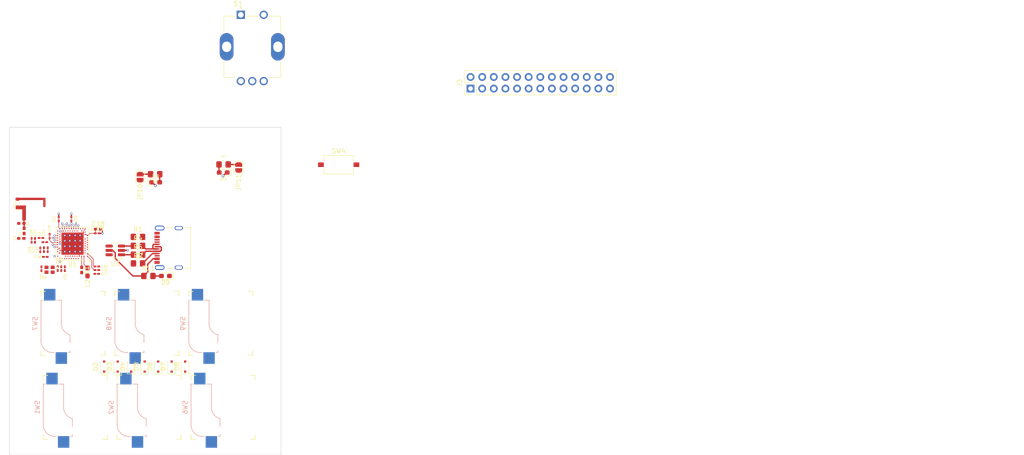
<source format=kicad_pcb>
(kicad_pcb (version 20241229) (generator "pcbnew") (generator_version "9.0")
  (layers (0 "F.Cu" signal) (2 "B.Cu" signal) (13 "F.Paste" user) (15 "B.Paste" user) (5 "F.SilkS" user "F.Silkscreen") (7 "B.SilkS" user "B.Silkscreen") (1 "F.Mask" user) (3 "B.Mask" user) (25 "Edge.Cuts" user))
  (net 0 "")
  (net 1 "GND")
  (net 2 "Net-(U1-DEC1)")
  (net 3 "Net-(U1-DEC2)")
  (net 4 "Net-(U1-DEC3)")
  (net 5 "Net-(U1-DEC5)")
  (net 6 "DCDCIND2")
  (net 7 "Net-(U1-ANT)")
  (net 8 "Net-(U1-XC1)")
  (net 9 "Net-(U1-XC2)")
  (net 10 "row0")
  (net 11 "Net-(D2-A)")
  (net 12 "Net-(D3-A)")
  (net 13 "Net-(D4-A)")
  (net 14 "Net-(D5-A)")
  (net 15 "row1")
  (net 16 "Net-(D6-A)")
  (net 17 "Net-(D7-A)")
  (net 18 "Net-(D8-A)")
  (net 19 "Net-(D9-A)")
  (net 20 "Net-(D10-A)")
  (net 21 "Net-(D12-A)")
  (net 22 "/Din+")
  (net 23 "Net-(J1-CC1_B)")
  (net 25 "+5V")
  (net 26 "/Din-")
  (net 27 "PF0")
  (net 28 "PB7{slash}RTS")
  (net 29 "PD3{slash}TXD1")
  (net 30 "PF5")
  (net 31 "PD5{slash}CTS")
  (net 32 "PF4")
  (net 33 "PD2{slash}RXD1")
  (net 34 "PB1{slash}SCK")
  (net 35 "PD0{slash}SCL")
  (net 36 "PD1{slash}SDA")
  (net 37 "PF1")
  (net 38 "PF6")
  (net 39 "PB2{slash}MOSI")
  (net 40 "PB0{slash}SS")
  (net 41 "PB3{slash}MISO")
  (net 42 "PC6")
  (net 43 "PD4{slash}LED2")
  (net 44 "PC7")
  (net 45 "PF7{slash}LED1")
  (net 46 "Net-(JP10-A)")
  (net 47 "Net-(JP11-A)")
  (net 48 "DCDCIND1")
  (net 49 "D+")
  (net 50 "D-")
  (net 51 "ROT2")
  (net 52 "col3")
  (net 53 "ROT1")
  (net 54 "col2")
  (net 55 "col0")
  (net 56 "col1")
  (net 57 "P1.07")
  (net 58 "P0.19")
  (net 59 "P0.23")
  (net 60 "P0.11")
  (net 62 "P0.02")
  (net 63 "P0.16")
  (net 65 "P0.04")
  (net 66 "P1.04")
  (net 67 "P0.20")
  (net 68 "P0.22")
  (net 69 "RESET")
  (net 70 "P1.09")
  (net 71 "P1.11")
  (net 72 "P0.15")
  (net 73 "P0.00")
  (net 74 "P0.03")
  (net 75 "P1.10")
  (net 76 "P0.10")
  (net 77 "P0.01")
  (net 78 "P0.06")
  (net 79 "P1.05")
  (net 80 "P1.13")
  (net 81 "P0.12")
  (net 82 "P0.14")
  (net 83 "P0.05")
  (net 84 "P1.03")
  (net 85 "P1.14")
  (net 86 "P0.08")
  (net 87 "P0.29")
  (net 88 "P0.25")
  (net 89 "P1.02")
  (net 90 "P1.12")
  (net 91 "P0.09")
  (net 92 "P0.28")
  (net 93 "P1.01")
  (net 94 "P0.31")
  (net 95 "P0.30")
  (net 96 "P1.06")
  (net 97 "P0.24")
  (net 98 "P0.17")
  (net 99 "P0.26")
  (net 100 "P0.07")
  (net 101 "P0.27")
  (net 102 "P0.13")
  (net 103 "P1.15")
  (net 104 "P0.21")
  (net 105 "P1.00")
  (net 106 "P1.08")
  (net 107 "Net-(J1-CC1_A)")
  (net 108 "Net-(R4-Pad1)")
  (net 109 "Net-(R5-Pad1)")
  (net 112 "ANT")
  (net 113 "Net-(E1-Pad1)")
  (net 114 "Net-(L1-Pad2)")
  (footprint "Capacitor_SMD:C_0201_0603Metric_Pad0.64x0.40mm_HandSolder" (layer "F.Cu") (at 42.43 128.735)
    (property "Reference" "C23")
    (property "Value" "0.8pF")
  )
  (footprint "Package_DFN_QFN:Nordic_AQFN-73-1EP_7x7mm_P0.5mm" (layer "F.Cu") (at 48.4875 129.05 180)
    (property "Reference" "U1")
    (property "Value" "nRF52840")
  )
  (footprint "AMCA31_2R450G_S1F_T3:XDCR_AMCA31-2R450G-S1F-T3" (layer "F.Cu") (at 36.4725 120.17375 90)
    (property "Reference" "E1")
    (property "Value" "2450AT14A0100001T")
  )
  (footprint "Resistor_SMD:R_0805_2012Metric_Pad1.20x1.40mm_HandSolder" (layer "F.Cu") (at 81.51 111.74)
    (property "Reference" "R7")
    (property "Value" "100")
  )
  (footprint "keyswitches:Kailh_socket_MX" (layer "F.Cu") (at 64.73 146.505 90)
    (property "Reference" "SW8")
    (property "Value" "MX_SW_HS")
  )
  (footprint "Resistor_SMD:R_0805_2012Metric_Pad1.20x1.40mm_HandSolder" (layer "F.Cu") (at 66.55 113.87 180)
    (property "Reference" "R6")
    (property "Value" "100")
  )
  (footprint "keyswitches:Kailh_socket_MX" (layer "F.Cu") (at 49.08 164.84 90)
    (property "Reference" "SW1")
    (property "Value" "MX_SW_HS")
  )
  (footprint "keyswitches:Kailh_socket_MX" (layer "F.Cu") (at 80.88 146.505 90)
    (property "Reference" "SW9")
    (property "Value" "MX_SW_HS")
  )
  (footprint "Resistor_SMD:R_0805_2012Metric_Pad1.20x1.40mm_HandSolder" (layer "F.Cu") (at 62.81 133.37)
    (property "Reference" "R2")
    (property "Value" "5.1k")
  )
  (footprint "Button_Switch_SMD:SW_Tactile_SPST_NO_Straight_CK_PTS636Sx25SMTRLFS" (layer "F.Cu") (at 106.665 111.8)
    (property "Reference" "SW4")
    (property "Value" "RST")
  )
  (footprint "LED_SMD:LED_0603_1608Metric_Pad1.05x0.95mm_HandSolder" (layer "F.Cu") (at 68.8 136.12 180)
    (property "Reference" "D9")
    (property "Value" "LED")
  )
  (footprint "Capacitor_SMD:C_0402_1005Metric_Pad0.74x0.62mm_HandSolder" (layer "F.Cu") (at 37.29 127.895 180)
    (property "Reference" "Z2")
    (property "Value" "DNF")
  )
  (footprint "Capacitor_SMD:C_0201_0603Metric_Pad0.64x0.40mm_HandSolder" (layer "F.Cu") (at 45.2475 134.5025 -90)
    (property "Reference" "C33")
    (property "Value" "8pF")
  )
  (footprint "ECS_320_8_37B_CKY_TR:XTAL_ECS-160-9-37-CKM-TR" (layer "F.Cu") (at 43.4725 134.765 180)
    (property "Reference" "Y3")
    (property "Value" "ECS-320-8-37B-CKY-TR")
  )
  (footprint "Inductor_SMD:L_0201_0603Metric_Pad0.64x0.40mm_HandSolder" (layer "F.Cu") (at 41.59 127.8125)
    (property "Reference" "L3")
    (property "Value" "4.7nH")
  )
  (footprint "Diode_SMD:D_SOD-323F" (layer "F.Cu") (at 70.16 155.925 90)
    (property "Reference" "D7")
    (property "Value" "1N4148WT")
  )
  (footprint "Capacitor_SMD:C_0201_0603Metric_Pad0.64x0.40mm_HandSolder" (layer "F.Cu") (at 46.7975 134.525 90)
    (property "Reference" "C31")
    (property "Value" "DNF")
  )
  (footprint "Inductor_SMD:L_0603_1608Metric_Pad1.05x0.95mm_HandSolder" (layer "F.Cu") (at 51.76 135.245 -90)
    (property "Reference" "L2")
    (property "Value" "10uH")
  )
  (footprint "Diode_SMD:D_SOD-323F" (layer "F.Cu") (at 61.31 155.925 90)
    (property "Reference" "D4")
    (property "Value" "1N4148WT")
  )
  (footprint "Capacitor_SMD:C_0201_0603Metric_Pad0.64x0.40mm_HandSolder" (layer "F.Cu") (at 53.7975 134.83)
    (property "Reference" "C16")
    (property "Value" "1uF")
  )
  (footprint "Package_TO_SOT_SMD:SOT-23-6_Handsoldering" (layer "F.Cu") (at 57.84 130.53 180)
    (property "Reference" "U3")
    (property "Value" "USBLC6-2SC6")
  )
  (footprint "Capacitor_SMD:C_0201_0603Metric_Pad0.64x0.40mm_HandSolder" (layer "F.Cu") (at 53.7975 134.05 180)
    (property "Reference" "C32")
    (property "Value" "100nF")
  )
  (footprint "Connector_PinHeader_2.54mm:PinHeader_2x13_P2.54mm_Vertical" (layer "F.Cu") (at 135.5 95.16 90)
    (property "Reference" "J3")
    (property "Value" "Conn_02x13_Counter_Clockwise")
  )
  (footprint "Resistor_SMD:R_0805_2012Metric_Pad1.20x1.40mm_HandSolder" (layer "F.Cu") (at 62.8 131.47)
    (property "Reference" "R5")
    (property "Value" "22")
  )
  (footprint "Capacitor_SMD:C_0201_0603Metric_Pad0.64x0.40mm_HandSolder" (layer "F.Cu") (at 42.5375 131.94)
    (property "Reference" "C30")
    (property "Value" "100nF")
  )
  (footprint "Capacitor_SMD:C_0402_1005Metric_Pad0.74x0.62mm_HandSolder" (layer "F.Cu") (at 37.305 124.625 180)
    (property "Reference" "Z3")
    (property "Value" "0.6pF")
  )
  (footprint "Capacitor_SMD:C_0201_0603Metric_Pad0.64x0.40mm_HandSolder" (layer "F.Cu") (at 45.4775 123.6575 90)
    (property "Reference" "C21")
    (property "Value" "100nF")
  )
  (footprint "Jumper:SolderJumper-2_P1.3mm_Open_RoundedPad1.0x1.5mm" (layer "F.Cu") (at 63.26 114.52 -90)
    (property "Reference" "JP10")
    (property "Value" "SolderJumper_2_Open")
  )
  (footprint "Capacitor_SMD:C_0201_0603Metric_Pad0.64x0.40mm_HandSolder" (layer "F.Cu") (at 53.8775 126.8)
    (property "Reference" "C19")
    (property "Value" "100nF")
  )
  (footprint "Capacitor_SMD:C_0201_0603Metric_Pad0.64x0.40mm_HandSolder" (layer "F.Cu") (at 48.2275 123.6575 90)
    (property "Reference" "C20")
    (property "Value" "100nF")
  )
  (footprint "Jumper:SolderJumper-2_P1.3mm_Open_RoundedPad1.0x1.5mm" (layer "F.Cu") (at 84.82 112.41 -90)
    (property "Reference" "JP11")
    (property "Value" "SolderJumper_2_Open")
  )
  (footprint "Capacitor_SMD:C_0201_0603Metric_Pad0.64x0.40mm_HandSolder" (layer "F.Cu") (at 40.2875 128.33 -90)
    (property "Reference" "C24")
    (property "Value" "0.5pF")
  )
  (footprint "Diode_SMD:D_SOD-323F" (layer "F.Cu") (at 64.26 155.925 90)
    (property "Reference" "D5")
    (property "Value" "1N4148WT")
  )
  (footprint "keyswitches:Kailh_socket_MX" (layer "F.Cu") (at 48.58 146.505 90)
    (property "Reference" "SW7")
    (property "Value" "MX_SW_HS")
  )
  (footprint "Diode_SMD:D_SOD-323F" (layer "F.Cu") (at 58.36 155.925 90)
    (property "Reference" "D3")
    (property "Value" "1N4148WT")
  )
  (footprint "12402012E212A:AMPHENOL_12402012E212A" (layer "F.Cu") (at 71.7175 129.965 90)
    (property "Reference" "J1")
    (property "Value" "12402012E212A")
  )
  (footprint "LED_SMD:LED_0603_1608Metric_Pad1.05x0.95mm_HandSolder" (layer "F.Cu") (at 66.665 115.65)
    (property "Reference" "D10")
    (property "Value" "LED")
  )
  (footprint "keyswitches:Kailh_socket_MX" (layer "F.Cu") (at 81.38 164.84 90)
    (property "Reference" "SW6")
    (property "Value" "MX_SW_HS")
  )
  (footprint "Diode_SMD:D_SOD-323F" (layer "F.Cu") (at 55.41 155.925 90)
    (property "Reference" "D2")
    (property "Value" "1N4148WT")
  )
  (footprint "Capacitor_SMD:C_0201_0603Metric_Pad0.64x0.40mm_HandSolder" (layer "F.Cu") (at 39.5375 128.3225 -90)
    (property "Reference" "C25")
    (property "Value" "DNF")
  )
  (footprint "Resistor_SMD:R_0805_2012Metric_Pad1.20x1.40mm_HandSolder" (layer "F.Cu") (at 65.07 136.12)
    (property "Reference" "R11")
    (property "Value" "100")
  )
  (footprint "Inductor_SMD:L_0402_1005Metric_Pad0.77x0.64mm_HandSolder" (layer "F.Cu") (at 50.49 134.8025 -90)
    (property "Reference" "L1")
    (property "Value" "15nH")
  )
  (footprint "Capacitor_SMD:C_0402_1005Metric_Pad0.74x0.62mm_HandSolder" (layer "F.Cu") (at 54.085 125.9)
    (property "Reference" "C18")
    (property "Value" "4.7uF")
  )
  (footprint "Inductor_SMD:L_0402_1005Metric_Pad0.77x0.64mm_HandSolder" (layer "F.Cu") (at 37.9075 126.265 90)
    (property "Reference" "Z1")
    (property "Value" "7.5nH")
  )
  (footprint "Capacitor_SMD:C_0201_0603Metric_Pad0.64x0.40mm_HandSolder" (layer "F.Cu") (at 42.2375 130.37 90)
    (property "Reference" "C27")
    (property "Value" "1uF")
  )
  (footprint "Resistor_SMD:R_0805_2012Metric_Pad1.20x1.40mm_HandSolder" (layer "F.Cu") (at 62.79 129.53)
    (property "Reference" "R4")
    (property "Value" "22")
  )
  (footprint "Diode_SMD:D_SOD-323F" (layer "F.Cu") (at 67.21 155.925 90)
    (property "Reference" "D6")
    (property "Value" "1N4148WT")
  )
  (footprint "Diode_SMD:D_SOD-323F" (layer "F.Cu") (at 73.11 155.925 90)
    (property "Reference" "D8")
    (property "Value" "1N4148WT")
  )
  (footprint "Capacitor_SMD:C_0201_0603Metric_Pad0.64x0.40mm_HandSolder" (layer "F.Cu") (at 41.4475 130.4075 90)
    (property "Reference" "C28")
    (property "Value" "47nF")
  )
  (footprint "Capacitor_SMD:C_0201_0603Metric_Pad0.64x0.40mm_HandSolder" (layer "F.Cu") (at 53.7675 135.65 180)
    (property "Reference" "C17")
    (property "Value" "100nF")
  )
  (footprint "Capacitor_SMD:C_0201_0603Metric_Pad0.64x0.40mm_HandSolder" (layer "F.Cu") (at 46.0375 134.515 -90)
    (property "Reference" "C22")
    (property "Value" "100nF")
  )
  (footprint "Capacitor_SMD:C_0201_0603Metric_Pad0.64x0.40mm_HandSolder" (layer "F.Cu") (at 41.6875 134.5425 90)
    (property "Reference" "C34")
    (property "Value" "8pF")
  )
  (footprint "Capacitor_SMD:C_0201_0603Metric_Pad0.64x0.40mm_HandSolder" (layer "F.Cu") (at 43.0575 130.3825 90)
    (property "Reference" "C26")
    (property "Value" "DNF")
  )
  (footprint "Capacitor_SMD:C_0201_0603Metric_Pad0.64x0.40mm_HandSolder" (layer "F.Cu") (at 43.4775 127.4125 -90)
    (property "Reference" "C29")
    (property "Value" "820pF")
  )
  (footprint "keyswitches:Kailh_socket_MX" (layer "F.Cu") (at 65.23 164.84 90)
    (property "Reference" "SW2")
    (property "Value" "MX_SW_HS")
  )
  (footprint "LED_SMD:LED_0603_1608Metric_Pad1.05x0.95mm_HandSolder" (layer "F.Cu") (at 81.43 113.5 180)
    (property "Reference" "D12")
    (property "Value" "LED")
  )
  (footprint "PEC12R_4225F_S0024:XDCR_PEC12R-4225F-S0024" (layer "F.Cu") (at 87.7825 86.025)
    (property "Reference" "S1")
    (property "Value" "PEC12R-4225F-S0024")
  )
  (footprint "Resistor_SMD:R_0805_2012Metric_Pad1.20x1.40mm_HandSolder" (layer "F.Cu") (at 62.79 127.58)
    (property "Reference" "R1")
    (property "Value" "5.1k")
  )
  (gr_rect (start 34.69 103.615) (end 94.05 175.265) (stroke (width 0.1)) (fill no) (layer "Edge.Cuts"))
  (segment (start 51.2375 125.8) (end 51.2375 125.91) (width 0.1) (layer "F.Cu") (net 1))
  (segment (start 49.9875 131.37) (end 49.9675 131.35) (width 0.12) (layer "F.Cu") (net 1))
  (segment (start 48.2375 122.52) (end 48.2375 123.24) (width 0.25) (layer "F.Cu") (net 1))
  (segment (start 49.9875 131.8) (end 49.9875 131.37) (width 0.12) (layer "F.Cu") (net 1))
  (segment (start 55.0175 126.8) (end 54.285 126.8) (width 0.25) (layer "F.Cu") (net 1))
  (segment (start 50.8635 126.455745) (end 50.8615 126.457745) (width 0.1) (layer "F.Cu") (net 1))
  (segment (start 55.0175 126.265) (end 54.6525 125.9) (width 0.25) (layer "F.Cu") (net 1))
  (segment (start 55.0175 126.8) (end 55.0175 126.265) (width 0.25) (layer "F.Cu") (net 1))
  (segment (start 50.8615 126.54) (end 50.8615 126.566) (width 0.1) (layer "F.Cu") (net 1))
  (segment (start 46.9875 130.55) (end 48.4875 129.05) (width 0.12) (layer "F.Cu") (net 1))
  (segment (start 50.8615 126.54) (end 50.8615 126.705745) (width 0.1) (layer "F.Cu") (net 1))
  (segment (start 50.8635 126.707745) (end 50.8635 126.824) (width 0.1) (layer "F.Cu") (net 1))
  (segment (start 50.8615 126.566) (end 50.7475 126.68) (width 0.1) (layer "F.Cu") (net 1))
  (segment (start 45.7375 130.55) (end 46.9875 130.55) (width 0.12) (layer "F.Cu") (net 1))
  (segment (start 50.8615 126.457745) (end 50.8615 126.54) (width 0.1) (layer "F.Cu") (net 1))
  (segment (start 81.4 114.24) (end 82.14 113.5) (width 0.3) (layer "F.Cu") (net 1))
  (segment (start 66.63 116.37) (end 65.91 115.65) (width 0.3) (layer "F.Cu") (net 1))
  (segment (start 50.8635 126.284) (end 50.8635 126.455745) (width 0.1) (layer "F.Cu") (net 1))
  (segment (start 82.14 113.5) (end 82.305 113.5) (width 0.3) (layer "F.Cu") (net 1))
  (segment (start 65.91 115.65) (end 65.79 115.65) (width 0.3) (layer "F.Cu") (net 1))
  (segment (start 48.2375 123.24) (end 48.2275 123.25) (width 0.25) (layer "F.Cu") (net 1))
  (segment (start 60.547102 130.53) (end 60.56 130.517102) (width 0.3) (layer "F.Cu") (net 1))
  (segment (start 51.2375 125.91) (end 50.8635 126.284) (width 0.1) (layer "F.Cu") (net 1))
  (segment (start 50.8635 126.824) (end 50.8575 126.83) (width 0.1) (layer "F.Cu") (net 1))
  (segment (start 45.4775 123.25) (end 45.4775 122.52) (width 0.25) (layer "F.Cu") (net 1))
  (segment (start 59.19 130.53) (end 60.547102 130.53) (width 0.3) (layer "F.Cu") (net 1))
  (segment (start 50.8615 126.705745) (end 50.8635 126.707745) (width 0.1) (layer "F.Cu") (net 1))
  (via (at 50.14 129.63) (size 0.45) (drill 0.25) (layers "F.Cu" "B.Cu") (net 1))
  (via (at 47.88 130.8) (size 0.45) (drill 0.25) (layers "F.Cu" "B.Cu") (net 1))
  (via (at 48.2375 122.52) (size 0.45) (drill 0.25) (layers "F.Cu" "B.Cu") (net 1))
  (via (at 47.88 127.27) (size 0.45) (drill 0.25) (layers "F.Cu" "B.Cu") (net 1))
  (via (at 45.4775 122.52) (size 0.45) (drill 0.25) (layers "F.Cu" "B.Cu") (net 1))
  (via (at 81.4 114.24) (size 0.6) (drill 0.3) (layers "F.Cu" "B.Cu") (net 1))
  (via (at 46.79 128.43) (size 0.45) (drill 0.25) (layers "F.Cu" "B.Cu") (net 1))
  (via (at 47.88 128.43) (size 0.45) (drill 0.25) (layers "F.Cu" "B.Cu") (net 1))
  (via (at 66.63 116.37) (size 0.6) (drill 0.3) (layers "F.Cu" "B.Cu") (net 1))
  (via (at 49.05 129.63) (size 0.45) (drill 0.25) (layers "F.Cu" "B.Cu") (net 1))
  (via (at 60.56 130.517102) (size 0.45) (drill 0.25) (layers "F.Cu" "B.Cu") (net 1))
  (via (at 49.05 127.26) (size 0.45) (drill 0.25) (layers "F.Cu" "B.Cu") (net 1))
  (via (at 46.79 129.64) (size 0.45) (drill 0.25) (layers "F.Cu" "B.Cu") (net 1))
  (via (at 50.14 128.42) (size 0.45) (drill 0.25) (layers "F.Cu" "B.Cu") (net 1))
  (via (at 49.05 128.42) (size 0.45) (drill 0.25) (layers "F.Cu" "B.Cu") (net 1))
  (via (at 50.14 130.79) (size 0.45) (drill 0.25) (layers "F.Cu" "B.Cu") (net 1))
  (via (at 55.0175 126.8) (size 0.45) (drill 0.25) (layers "F.Cu" "B.Cu") (net 1))
  (via (at 49.05 130.79) (size 0.45) (drill 0.25) (layers "F.Cu" "B.Cu") (net 1))
  (via (at 46.79 127.27) (size 0.45) (drill 0.25) (layers "F.Cu" "B.Cu") (net 1))
  (via (at 50.14 127.26) (size 0.45) (drill 0.25) (layers "F.Cu" "B.Cu") (net 1))
  (via (at 47.88 129.64) (size 0.45) (drill 0.25) (layers "F.Cu" "B.Cu") (net 1))
  (via (at 46.79 130.8) (size 0.45) (drill 0.25) (layers "F.Cu" "B.Cu") (net 1))
  (segment (start 53.03 133.79) (end 53.29 134.05) (width 0.12) (layer "F.Cu") (net 2))
  (segment (start 53.03 132.415724) (end 53.03 133.79) (width 0.12) (layer "F.Cu") (net 2))
  (segment (start 53.29 134.05) (end 53.39 134.05) (width 0.12) (layer "F.Cu") (net 2))
  (segment (start 51.914276 131.3) (end 53.03 132.415724) (width 0.12) (layer "F.Cu") (net 2))
  (segment (start 51.7375 131.3) (end 51.914276 131.3) (width 0.12) (layer "F.Cu") (net 2))
  (segment (start 45.4975 131.29) (end 45.7375 131.05) (width 0.12) (layer "F.Cu") (net 4))
  (segment (start 43.4775 128.32) (end 43.9575 128.8) (width 0.12) (layer "F.Cu") (net 5))
  (segment (start 43.4775 127.635) (end 43.4775 128.32) (width 0.12) (layer "F.Cu") (net 5))
  (segment (start 43.9575 128.8) (end 45.2375 128.8) (width 0.12) (layer "F.Cu") (net 5))
  (segment (start 50.4875 134.1075) (end 50.61 134.23) (width 0.12) (layer "F.Cu") (net 6))
  (segment (start 45.23 130.7925) (end 45.2375 130.8) (width 0.12) (layer "F.Cu") (net 6))
  (segment (start 50.4875 131.8) (end 50.4875 134.1075) (width 0.12) (layer "F.Cu") (net 6))
  (segment (start 45.197544 130.359956) (end 45.197588 130.36) (width 0.12) (layer "F.Cu") (net 7))
  (segment (start 45.2575 130.36) (end 45.5675 130.05) (width 0.12) (layer "F.Cu") (net 7))
  (segment (start 45.5675 130.05) (end 45.7375 130.05) (width 0.12) (layer "F.Cu") (net 7))
  (segment (start 45.197588 130.36) (end 45.2575 130.36) (width 0.12) (layer "F.Cu") (net 7))
  (segment (start 66.07 136.12) (end 67.925 136.12) (width 0.3) (layer "F.Cu") (net 19))
  (segment (start 67.54 113.88) (end 67.55 113.87) (width 0.3) (layer "F.Cu") (net 20))
  (segment (start 67.54 115.65) (end 67.54 113.88) (width 0.3) (layer "F.Cu") (net 20))
  (segment (start 67.56 113.86) (end 67.55 113.87) (width 0.3) (layer "F.Cu") (net 20))
  (segment (start 80.49 111.72) (end 80.51 111.74) (width 0.3) (layer "F.Cu") (net 21))
  (segment (start 80.51 111.74) (end 80.51 113.455) (width 0.3) (layer "F.Cu") (net 21))
  (segment (start 80.51 113.455) (end 80.555 113.5) (width 0.3) (layer "F.Cu") (net 21))
  (segment (start 66.0475 129.42) (end 66.2525 129.215) (width 0.3) (layer "F.Cu") (net 22))
  (segment (start 64.475 130.215) (end 66.9675 130.215) (width 0.3) (layer "F.Cu") (net 22))
  (segment (start 63.79 129.53) (end 64.475 130.215) (width 0.3) (layer "F.Cu") (net 22))
  (segment (start 66.0475 130.01) (end 66.0475 129.42) (width 0.3) (layer "F.Cu") (net 22))
  (segment (start 66.2525 129.215) (end 66.9675 129.215) (width 0.3) (layer "F.Cu") (net 22))
  (segment (start 66.2525 130.215) (end 66.0475 130.01) (width 0.3) (layer "F.Cu") (net 22))
  (segment (start 66.9675 130.215) (end 66.2525 130.215) (width 0.3) (layer "F.Cu") (net 22))
  (segment (start 53.47 125.9475) (end 53.5175 125.9) (width 0.12) (layer "F.Cu") (net 25))
  (segment (start 48.2375 125.8) (end 48.2375 124.135) (width 0.12) (layer "F.Cu") (net 25))
  (segment (start 57.83 131.090001) (end 57.83 132.28) (width 0.3) (layer "F.Cu") (net 25))
  (segment (start 56.49 130.53) (end 57.269999 130.53) (width 0.3) (layer "F.Cu") (net 25))
  (segment (start 64.94 133.5225) (end 64.94 135.25) (width 0.3) (layer "F.Cu") (net 25))
  (segment (start 48.2375 124.135) (end 48.2325 124.13) (width 0.12) (layer "F.Cu") (net 25))
  (segment (start 53.27 134.83) (end 53.39 134.83) (width 0.12) (layer "F.Cu") (net 25))
  (segment (start 66.0975 132.365) (end 64.94 133.5225) (width 0.3) (layer "F.Cu") (net 25))
  (segment (start 52.7 134.26) (end 53.27 134.83) (width 0.12) (layer "F.Cu") (net 25))
  (segment (start 51.7375 131.8) (end 52.7 132.7625) (width 0.12) (layer "F.Cu") (net 25))
  (segment (start 61.67 136.12) (end 64.07 136.12) (width 0.3) (layer "F.Cu") (net 25))
  (segment (start 52.2675 126.8) (end 53.47 126.8) (width 0.12) (layer "F.Cu") (net 25))
  (segment (start 51.4875 127.05) (end 51.7375 127.3) (width 0.12) (layer "F.Cu") (net 25))
  (segment (start 48.2375 125.8) (end 48.2325 125.795) (width 0.12) (layer "F.Cu") (net 25))
  (segment (start 51.7375 127.3) (end 51.7675 127.3) (width 0.12) (layer "F.Cu") (net 25))
  (segment (start 64.94 135.25) (end 64.07 136.12) (width 0.3) (layer "F.Cu") (net 25))
  (segment (start 51.2375 127.05) (end 51.4875 127.05) (width 0.12) (layer "F.Cu") (net 25))
  (segment (start 57.83 132.28) (end 61.67 136.12) (width 0.3) (layer "F.Cu") (net 25))
  (segment (start 66.9675 132.365) (end 66.0975 132.365) (width 0.3) (layer "F.Cu") (net 25))
  (segment (start 45.4975 124.055) (end 45.4775 124.075) (width 0.12) (layer "F.Cu") (net 25))
  (segment (start 53.47 126.8) (end 53.47 125.9475) (width 0.12) (layer "F.Cu") (net 25))
  (segment (start 57.269999 130.53) (end 57.83 131.090001) (width 0.3) (layer "F.Cu") (net 25))
  (segment (start 52.7 132.7625) (end 52.7 134.26) (width 0.12) (layer "F.Cu") (net 25))
  (segment (start 51.7675 127.3) (end 52.2675 126.8) (width 0.12) (layer "F.Cu") (net 25))
  (segment (start 45.4775 124.075) (end 45.4775 125.54) (width 0.12) (layer "F.Cu") (net 25))
  (segment (start 45.4775 125.54) (end 45.7375 125.8) (width 0.12) (layer "F.Cu") (net 25))
  (via (at 48.244999 124.655799) (size 0.45) (drill 0.25) (layers "F.Cu" "B.Cu") (net 25))
  (segment (start 63.8 131.47) (end 64.555 130.715) (width 0.3) (layer "F.Cu") (net 26))
  (segment (start 67.6925 130.715) (end 67.8975 130.51) (width 0.3) (layer "F.Cu") (net 26))
  (segment (start 64.555 130.715) (end 66.9675 130.715) (width 0.3) (layer "F.Cu") (net 26))
  (segment (start 67.6825 129.715) (end 66.9675 129.715) (width 0.3) (layer "F.Cu") (net 26))
  (segment (start 66.9675 130.715) (end 67.6925 130.715) (width 0.3) (layer "F.Cu") (net 26))
  (segment (start 67.8975 130.51) (end 67.8975 129.93) (width 0.3) (layer "F.Cu") (net 26))
  (segment (start 67.8975 129.93) (end 67.6825 129.715) (width 0.3) (layer "F.Cu") (net 26))
  (segment (start 62.96 113.87) (end 65.55 113.87) (width 0.3) (layer "F.Cu") (net 46))
  (segment (start 82.53 111.76) (end 82.51 111.74) (width 0.3) (layer "F.Cu") (net 47))
  (segment (start 84.82 111.76) (end 82.53 111.76) (width 0.3) (layer "F.Cu") (net 47))
  (segment (start 50.9875 133.5975) (end 51.76 134.37) (width 0.12) (layer "F.Cu") (net 48))
  (segment (start 50.9875 131.8) (end 50.9875 133.5975) (width 0.12) (layer "F.Cu") (net 48))
  (segment (start 51.76 134.37) (end 51.86 134.37) (width 0.12) (layer "F.Cu") (net 48))
  (segment (start 45.7175 128.57) (end 45.7375 128.55) (width 0.12) (layer "F.Cu") (net 57))
  (segment (start 45.7175 129.07) (end 45.7175 128.57) (width 0.12) (layer "F.Cu") (net 57))
  (via (at 45.7175 129.07) (size 0.45) (drill 0.25) (layers "F.Cu" "B.Cu") (net 57))
  (via (at 45.7375 132.95) (size 0.45) (drill 0.25) (layers "F.Cu" "B.Cu") (net 57))
  (via (at 44.5675 131.8) (size 0.45) (drill 0.25) (layers "F.Cu" "B.Cu") (net 57))
  (segment (start 44.16468 127.797922) (end 44.166758 127.8) (width 0.12) (layer "F.Cu") (net 66))
  (segment (start 44.166758 127.8) (end 45.2375 127.8) (width 0.12) (layer "F.Cu") (net 66))
  (via (at 44.16468 127.797922) (size 0.45) (drill 0.25) (layers "F.Cu" "B.Cu") (net 66))
  (segment (start 47.7375 125.095) (end 47.7375 125.8) (width 0.12) (layer "F.Cu") (net 67))
  (segment (start 47.7525 125.08) (end 47.7375 125.095) (width 0.12) (layer "F.Cu") (net 67))
  (via (at 47.7525 125.08) (size 0.45) (drill 0.25) (layers "F.Cu" "B.Cu") (net 67))
  (segment (start 47.2375 125.270003) (end 47.2375 125.8) (width 0.12) (layer "F.Cu") (net 68))
  (segment (start 47.241167 125.266336) (end 47.2375 125.270003) (width 0.12) (layer "F.Cu") (net 68))
  (segment (start 47.241167 124.6787) (end 47.241167 125.266336) (width 0.12) (layer "F.Cu") (net 68))
  (via (at 47.241167 124.6787) (size 0.45) (drill 0.25) (layers "F.Cu" "B.Cu") (net 68))
  (segment (start 49.2375 124.681514) (end 49.2375 125.8) (width 0.12) (layer "F.Cu") (net 72))
  (segment (start 49.245067 124.673947) (end 49.2375 124.681514) (width 0.12) (layer "F.Cu") (net 72))
  (via (at 49.245067 124.673947) (size 0.45) (drill 0.25) (layers "F.Cu" "B.Cu") (net 72))
  (segment (start 44.5575 129.8) (end 45.2375 129.8) (width 0.12) (layer "F.Cu") (net 76))
  (via (at 44.5575 129.8) (size 0.45) (drill 0.25) (layers "F.Cu" "B.Cu") (net 76))
  (segment (start 46.4875 126.3) (end 45.8475 126.3) (width 0.12) (layer "F.Cu") (net 88))
  (segment (start 45.8475 126.3) (end 45.7875 126.36) (width 0.12) (layer "F.Cu") (net 88))
  (via (at 45.7875 126.36) (size 0.45) (drill 0.25) (layers "F.Cu" "B.Cu") (net 88))
  (segment (start 45.230082 127.292582) (end 45.2375 127.3) (width 0.12) (layer "F.Cu") (net 89))
  (segment (start 44.573501 127.292582) (end 45.230082 127.292582) (width 0.12) (layer "F.Cu") (net 89))
  (via (at 44.573501 127.292582) (size 0.45) (drill 0.25) (layers "F.Cu" "B.Cu") (net 89))
  (segment (start 44.170257 129.3) (end 45.2375 129.3) (width 0.12) (layer "F.Cu") (net 91))
  (segment (start 44.157728 129.287471) (end 44.170257 129.3) (width 0.12) (layer "F.Cu") (net 91))
  (via (at 44.157728 129.287471) (size 0.45) (drill 0.25) (layers "F.Cu" "B.Cu") (net 91))
  (segment (start 44.5775 128.3) (end 45.2375 128.3) (width 0.12) (layer "F.Cu") (net 96))
  (via (at 44.5775 128.3) (size 0.45) (drill 0.25) (layers "F.Cu" "B.Cu") (net 96))
  (segment (start 46.7375 125.09861) (end 46.736011 125.097121) (width 0.12) (layer "F.Cu") (net 97))
  (segment (start 46.7375 125.8) (end 46.7375 125.09861) (width 0.12) (layer "F.Cu") (net 97))
  (via (at 46.736011 125.097121) (size 0.45) (drill 0.25) (layers "F.Cu" "B.Cu") (net 97))
  (segment (start 48.7375 125.08) (end 48.7375 125.8) (width 0.12) (layer "F.Cu") (net 98))
  (via (at 48.7375 125.08) (size 0.45) (drill 0.25) (layers "F.Cu" "B.Cu") (net 98))
  (segment (start 49.749369 125.114131) (end 49.7375 125.126) (width 0.12) (layer "F.Cu") (net 102))
  (segment (start 49.749369 125.084048) (end 49.749369 125.114131) (width 0.12) (layer "F.Cu") (net 102))
  (segment (start 49.7375 125.126) (end 49.7375 125.8) (width 0.12) (layer "F.Cu") (net 102))
  (via (at 49.749369 125.084048) (size 0.45) (drill 0.25) (layers "F.Cu" "B.Cu") (net 102))
  (segment (start 46.2375 124.68) (end 46.2375 125.8) (width 0.12) (layer "F.Cu") (net 105))
  (via (at 46.2375 124.68) (size 0.45) (drill 0.25) (layers "F.Cu" "B.Cu") (net 105))
  (segment (start 65.965 131.215) (end 66.9675 131.215) (width 0.3) (layer "F.Cu") (net 107))
  (segment (start 63.81 133.37) (end 65.965 131.215) (width 0.3) (layer "F.Cu") (net 107))
  (segment (start 61.74 129.58) (end 61.79 129.53) (width 0.3) (layer "F.Cu") (net 108))
  (segment (start 59.19 129.58) (end 61.74 129.58) (width 0.3) (layer "F.Cu") (net 108))
  (segment (start 61.79 131.48) (end 61.8 131.47) (width 0.3) (layer "F.Cu") (net 109))
  (segment (start 59.19 131.48) (end 61.79 131.48) (width 0.3) (layer "F.Cu") (net 109))
  (segment (start 37.8725 124.625) (end 37.8725 122.80375) (width 0.25) (layer "F.Cu") (net 113))
  (segment (start 37.9075 124.66) (end 37.8725 124.625) (width 0.25) (layer "F.Cu") (net 113))
  (segment (start 37.8725 122.80375) (end 37.92 122.75625) (width 0.25) (layer "F.Cu") (net 113))
  (segment (start 37.9075 125.6925) (end 37.9075 124.66) (width 0.25) (layer "F.Cu") (net 113))
)
</source>
